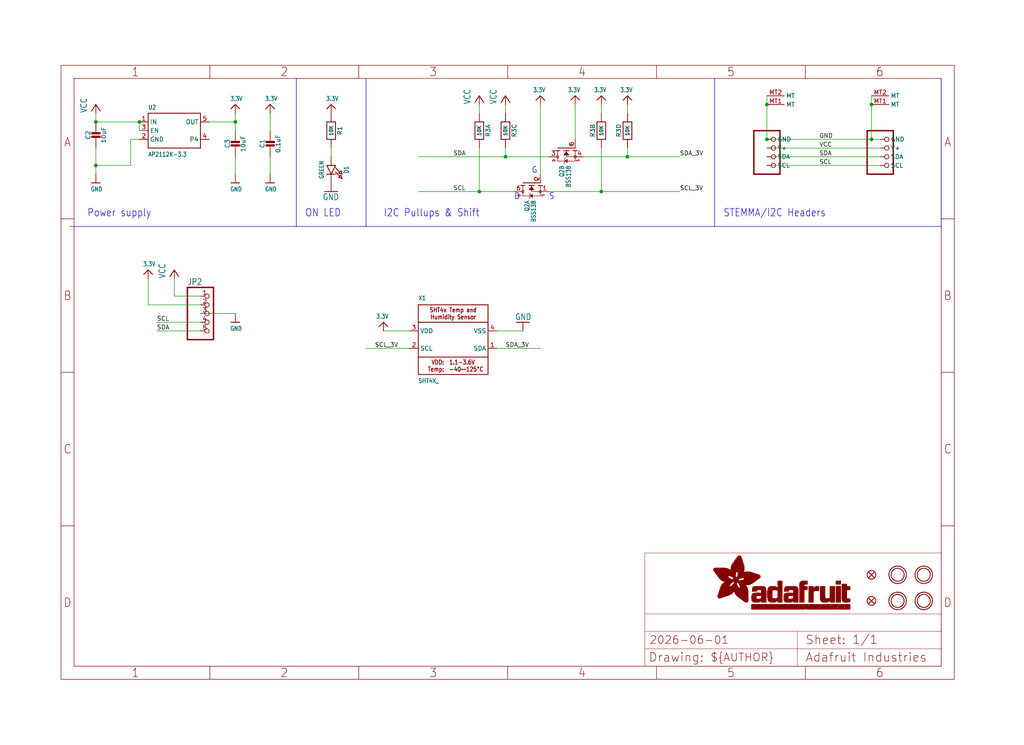
<source format=kicad_sch>
(kicad_sch (version 20230121) (generator eeschema)
  (paper "User" 298.45 217.322)
  (lib_symbols
    (symbol "working-eagle-import:3.3V" (power)
      (property "Value" "3.3V" (at -1.524 1.016 0))
      (symbol "3.3V_1_0"
        (pin power_in line (at 0 -2.54 90) (length 2.54) (name "3.3V") (number "1"))
      )
    )
    (symbol "working-eagle-import:CAP_CERAMIC0603_NO"
      (property "Reference" "C" (at -2.29 1.25 90))
      (symbol "CAP_CERAMIC0603_NO_1_0"
        (pin passive line (at 0 5.08 270) (length 2.54) (name "1") (number "1"))
        (pin passive line (at 0 -2.54 90) (length 2.54) (name "2") (number "2"))
      )
    )
    (symbol "working-eagle-import:CAP_CERAMIC0805-NOOUTLINE"
      (property "Reference" "C" (at -2.29 1.25 90))
      (symbol "CAP_CERAMIC0805-NOOUTLINE_1_0"
        (pin passive line (at 0 5.08 270) (length 2.54) (name "1") (number "1"))
        (pin passive line (at 0 -2.54 90) (length 2.54) (name "2") (number "2"))
      )
    )
    (symbol "working-eagle-import:FIDUCIAL_1MM")
    (symbol "working-eagle-import:FRAME_A4_ADAFRUIT"
      (symbol "FRAME_A4_ADAFRUIT_1_0"
        (text "${#}/${##}" (at 230.505 10.16 0) (effects (font (size 2.54 2.54)) (justify left bottom)))
        (text "${AUTHOR}" (at 189.23 5.08 0) (effects (font (size 2.286 2.286)) (justify left bottom)))
        (text "${CURRENT_DATE}" (at 171.45 10.16 0) (effects (font (size 2.286 2.286)) (justify left bottom)))
        (text "${PROJECTNAME}" (at 171.45 15.24 0) (effects (font (size 2.54 2.54)) (justify left bottom)))
        (text "1" (at 21.6958 1.905 0) (effects (font (size 2.54 2.286))))
        (text "1" (at 21.6958 177.165 0) (effects (font (size 2.54 2.286))))
        (text "2" (at 65.0875 1.905 0) (effects (font (size 2.54 2.286))))
        (text "2" (at 65.0875 177.165 0) (effects (font (size 2.54 2.286))))
        (text "3" (at 108.4792 1.905 0) (effects (font (size 2.54 2.286))))
        (text "3" (at 108.4792 177.165 0) (effects (font (size 2.54 2.286))))
        (text "4" (at 151.8708 1.905 0) (effects (font (size 2.54 2.286))))
        (text "4" (at 151.8708 177.165 0) (effects (font (size 2.54 2.286))))
        (text "5" (at 195.2625 1.905 0) (effects (font (size 2.54 2.286))))
        (text "5" (at 195.2625 177.165 0) (effects (font (size 2.54 2.286))))
        (text "6" (at 238.6542 1.905 0) (effects (font (size 2.54 2.286))))
        (text "6" (at 238.6542 177.165 0) (effects (font (size 2.54 2.286))))
        (text "A" (at 1.905 156.6863 0) (effects (font (size 2.54 2.286))))
        (text "A" (at 258.445 156.6863 0) (effects (font (size 2.54 2.286))))
        (text "Adafruit Industries" (at 216.916 4.953 0) (effects (font (size 2.54 2.54)) (justify left bottom)))
        (text "B" (at 1.905 111.9188 0) (effects (font (size 2.54 2.286))))
        (text "B" (at 258.445 111.9188 0) (effects (font (size 2.54 2.286))))
        (text "C" (at 1.905 67.1513 0) (effects (font (size 2.54 2.286))))
        (text "C" (at 258.445 67.1513 0) (effects (font (size 2.54 2.286))))
        (text "D" (at 1.905 22.3838 0) (effects (font (size 2.54 2.286))))
        (text "D" (at 258.445 22.3838 0) (effects (font (size 2.54 2.286))))
        (text "Drawing:" (at 171.196 4.953 0) (effects (font (size 2.54 2.54)) (justify left bottom)))
        (text "Sheet:" (at 216.916 10.033 0) (effects (font (size 2.54 2.54)) (justify left bottom)))
      )
    )
    (symbol "working-eagle-import:GND" (power)
      (property "Value" "GND" (at -1.524 -2.54 0))
      (symbol "GND_1_0"
        (pin power_in line (at 0 2.54 270) (length 2.54) (name "GND") (number "1"))
      )
    )
    (symbol "working-eagle-import:HEADER-1X570MIL"
      (property "Reference" "JP" (at -6.35 8.255 0))
      (symbol "HEADER-1X570MIL_1_0"
        (pin passive inverted (at -2.54 5.08 0) (length 2.54) (name "1") (number "1"))
        (pin passive inverted (at -2.54 2.54 0) (length 2.54) (name "2") (number "2"))
        (pin passive inverted (at -2.54 0 0) (length 2.54) (name "3") (number "3"))
        (pin passive inverted (at -2.54 -2.54 0) (length 2.54) (name "4") (number "4"))
        (pin passive inverted (at -2.54 -5.08 0) (length 2.54) (name "5") (number "5"))
      )
    )
    (symbol "working-eagle-import:LED0603_NOOUTLINE"
      (property "Reference" "D" (at -1.27 4.445 0))
      (symbol "LED0603_NOOUTLINE_1_0"
        (pin passive line (at -5.08 0 0) (length 2.54) (name "A") (number "A"))
        (pin passive line (at 2.54 0 180) (length 2.54) (name "C") (number "C"))
      )
    )
    (symbol "working-eagle-import:MOSFET-N_DUAL"
      (property "Reference" "Q" (at 5.08 0.635 0))
      (symbol "MOSFET-N_DUAL_1_0"
        (text "D" (at 3.175 3.175 0) (effects (font (size 0.8128 0.6908)) (justify left bottom)))
        (text "G" (at -1.27 -1.905 0) (effects (font (size 0.8128 0.6908)) (justify left bottom)))
        (text "S" (at 3.175 -3.81 0) (effects (font (size 0.8128 0.6908)) (justify left bottom)))
        (pin bidirectional line (at 2.54 -5.08 90) (length 2.54) (name "S") (number "1"))
        (pin bidirectional line (at -2.54 -2.54 0) (length 2.54) (name "G") (number "2"))
        (pin bidirectional line (at 2.54 5.08 270) (length 2.54) (name "D") (number "6"))
      )
      (symbol "MOSFET-N_DUAL_2_0"
        (text "D" (at 3.175 3.175 0) (effects (font (size 0.8128 0.6908)) (justify left bottom)))
        (text "G" (at -1.27 -1.905 0) (effects (font (size 0.8128 0.6908)) (justify left bottom)))
        (text "S" (at 3.175 -3.81 0) (effects (font (size 0.8128 0.6908)) (justify left bottom)))
        (pin bidirectional line (at 2.54 5.08 270) (length 2.54) (name "D") (number "3"))
        (pin bidirectional line (at 2.54 -5.08 90) (length 2.54) (name "S") (number "4"))
        (pin bidirectional line (at -2.54 -2.54 0) (length 2.54) (name "G") (number "5"))
      )
    )
    (symbol "working-eagle-import:MOUNTINGHOLE2.5")
    (symbol "working-eagle-import:RESISTOR_0603_NOOUT"
      (property "Reference" "R" (at 0 2.54 0))
      (symbol "RESISTOR_0603_NOOUT_1_0"
        (pin passive line (at -5.08 0 0) (length 2.54) (name "1") (number "1"))
        (pin passive line (at 5.08 0 180) (length 2.54) (name "2") (number "2"))
      )
    )
    (symbol "working-eagle-import:RESISTOR_4PACK"
      (property "Reference" "R" (at 0 2.54 0))
      (symbol "RESISTOR_4PACK_1_0"
        (pin passive line (at -5.08 0 0) (length 2.54) (name "1") (number "1"))
        (pin passive line (at 5.08 0 180) (length 2.54) (name "2") (number "8"))
      )
      (symbol "RESISTOR_4PACK_2_0"
        (pin passive line (at -5.08 0 0) (length 2.54) (name "1") (number "2"))
        (pin passive line (at 5.08 0 180) (length 2.54) (name "2") (number "7"))
      )
      (symbol "RESISTOR_4PACK_3_0"
        (pin passive line (at -5.08 0 0) (length 2.54) (name "1") (number "3"))
        (pin passive line (at 5.08 0 180) (length 2.54) (name "2") (number "6"))
      )
      (symbol "RESISTOR_4PACK_4_0"
        (pin passive line (at -5.08 0 0) (length 2.54) (name "1") (number "4"))
        (pin passive line (at 5.08 0 180) (length 2.54) (name "2") (number "5"))
      )
    )
    (symbol "working-eagle-import:SHT4X_"
      (property "Reference" "X" (at -10.16 11.43 0))
      (symbol "SHT4X__1_0"
        (text "1.1-3.6V\n-40~~125°C" (at -1.27 -7.62 0) (effects (font (size 1.27 1.0795) (thickness 0.2159) bold) (justify left)))
        (text "SHT4x Temp and\nHumidity Sensor" (at 0 7.62 0) (effects (font (size 1.27 1.0795) (thickness 0.2159) bold)))
        (text "VDD:\nTemp:" (at -2.54 -7.62 0) (effects (font (size 1.27 1.0795) (thickness 0.2159) bold) (justify right)))
        (pin bidirectional line (at 12.7 -2.54 180) (length 2.54) (name "SDA") (number "1"))
        (pin bidirectional line (at -12.7 -2.54 0) (length 2.54) (name "SCL") (number "2"))
        (pin power_in line (at -12.7 2.54 0) (length 2.54) (name "VDD") (number "3"))
        (pin power_in line (at 12.7 2.54 180) (length 2.54) (name "VSS") (number "4"))
      )
    )
    (symbol "working-eagle-import:STEMMA_I2C_QT"
      (symbol "STEMMA_I2C_QT_1_0"
        (pin passive inverted (at 0 5.08 0) (length 2.54) (name "GND") (number "1"))
        (pin passive inverted (at 0 2.54 0) (length 2.54) (name "V+") (number "2"))
        (pin passive inverted (at 0 0 0) (length 2.54) (name "SDA") (number "3"))
        (pin passive inverted (at 0 -2.54 0) (length 2.54) (name "SCL") (number "4"))
      )
      (symbol "STEMMA_I2C_QT_2_0"
        (pin bidirectional line (at 0 0 0) (length 5.08) (name "MT") (number "MT1"))
      )
      (symbol "STEMMA_I2C_QT_3_0"
        (pin bidirectional line (at 0 0 0) (length 5.08) (name "MT") (number "MT2"))
      )
    )
    (symbol "working-eagle-import:VCC" (power)
      (property "Value" "VCC" (at -2.54 -2.54 90))
      (symbol "VCC_1_0"
        (pin power_in line (at 0 -2.54 90) (length 2.54) (name "VCC") (number "1"))
      )
    )
    (symbol "working-eagle-import:VREG_SOT23-5"
      (property "Reference" "U" (at -7.62 6.096 0))
      (symbol "VREG_SOT23-5_1_0"
        (pin power_in line (at -10.16 2.54 0) (length 2.54) (name "IN") (number "1"))
        (pin power_in line (at -10.16 -2.54 0) (length 2.54) (name "GND") (number "2"))
        (pin input line (at -10.16 0 0) (length 2.54) (name "EN") (number "3"))
        (pin bidirectional line (at 10.16 -2.54 180) (length 2.54) (name "P4") (number "4"))
        (pin power_in line (at 10.16 2.54 180) (length 2.54) (name "OUT") (number "5"))
      )
    )
    (symbol "working-eagle-import:supply1_GND" (power)
      (property "Value" "supply1_GND" (at -2.54 -2.54 0))
      (symbol "supply1_GND_1_0"
        (pin power_in line (at 0 2.54 270) (length 2.54) (name "GND") (number "1"))
      )
    )
  )
  (junction (at 147.32 45.72))
  (junction (at 27.94 35.56))
  (junction (at 182.88 45.72))
  (junction (at 40.64 35.56))
  (junction (at 175.26 55.88))
  (junction (at 68.58 35.56))
  (junction (at 223.52 40.64))
  (junction (at 139.7 55.88))
  (junction (at 27.94 48.26))
  (junction (at 223.52 30.48))
  (junction (at 254 40.64))
  (junction (at 254 30.48))
  (wire (pts (xy 175.26 55.88) (xy 198.12 55.88)) (stroke (width 0.1524)))
  (wire (pts (xy 40.64 35.56) (xy 27.94 35.56)) (stroke (width 0.1524)))
  (wire (pts (xy 182.88 33.02) (xy 182.88 30.48)) (stroke (width 0.1524)))
  (wire (pts (xy 167.64 40.64) (xy 167.64 30.48)) (stroke (width 0.1524)))
  (polyline (pts (xy 86.36 66.04) (xy 106.68 66.04)) (stroke (width 0.1524) (type solid)))
  (wire (pts (xy 254 30.48) (xy 254 40.64)) (stroke (width 0.1524)))
  (wire (pts (xy 38.1 40.64) (xy 38.1 48.26)) (stroke (width 0.1524)))
  (wire (pts (xy 68.58 35.56) (xy 68.58 38.1)) (stroke (width 0.1524)))
  (wire (pts (xy 43.18 88.9) (xy 43.18 81.28)) (stroke (width 0.1524)))
  (wire (pts (xy 182.88 45.72) (xy 198.12 45.72)) (stroke (width 0.1524)))
  (wire (pts (xy 254 27.94) (xy 254 30.48)) (stroke (width 0.1524)))
  (wire (pts (xy 58.42 93.98) (xy 45.72 93.98)) (stroke (width 0.1524)))
  (polyline (pts (xy 274.32 22.86) (xy 274.32 66.04)) (stroke (width 0.1524) (type solid)))
  (polyline (pts (xy 106.68 66.04) (xy 208.28 66.04)) (stroke (width 0.1524) (type solid)))
  (wire (pts (xy 60.96 35.56) (xy 68.58 35.56)) (stroke (width 0.1524)))
  (wire (pts (xy 27.94 48.26) (xy 27.94 50.8)) (stroke (width 0.1524)))
  (wire (pts (xy 147.32 45.72) (xy 121.92 45.72)) (stroke (width 0.1524)))
  (wire (pts (xy 160.02 45.72) (xy 147.32 45.72)) (stroke (width 0.1524)))
  (wire (pts (xy 58.42 88.9) (xy 43.18 88.9)) (stroke (width 0.1524)))
  (wire (pts (xy 40.64 38.1) (xy 40.64 35.56)) (stroke (width 0.1524)))
  (wire (pts (xy 111.76 96.52) (xy 119.38 96.52)) (stroke (width 0.1524)))
  (wire (pts (xy 50.8 86.36) (xy 50.8 81.28)) (stroke (width 0.1524)))
  (wire (pts (xy 149.86 55.88) (xy 139.7 55.88)) (stroke (width 0.1524)))
  (wire (pts (xy 139.7 30.48) (xy 139.7 33.02)) (stroke (width 0.1524)))
  (wire (pts (xy 40.64 40.64) (xy 38.1 40.64)) (stroke (width 0.1524)))
  (polyline (pts (xy 20.32 66.04) (xy 86.36 66.04)) (stroke (width 0.1524) (type solid)))
  (wire (pts (xy 68.58 45.72) (xy 68.58 50.8)) (stroke (width 0.1524)))
  (polyline (pts (xy 208.28 22.86) (xy 208.28 66.04)) (stroke (width 0.1524) (type solid)))
  (wire (pts (xy 78.74 33.02) (xy 78.74 38.1)) (stroke (width 0.1524)))
  (wire (pts (xy 58.42 86.36) (xy 50.8 86.36)) (stroke (width 0.1524)))
  (wire (pts (xy 147.32 43.18) (xy 147.32 45.72)) (stroke (width 0.1524)))
  (wire (pts (xy 27.94 48.26) (xy 27.94 43.18)) (stroke (width 0.1524)))
  (wire (pts (xy 157.48 50.8) (xy 157.48 30.48)) (stroke (width 0.1524)))
  (wire (pts (xy 38.1 48.26) (xy 27.94 48.26)) (stroke (width 0.1524)))
  (wire (pts (xy 254 40.64) (xy 223.52 40.64)) (stroke (width 0.1524)))
  (wire (pts (xy 152.4 96.52) (xy 144.78 96.52)) (stroke (width 0.1524)))
  (polyline (pts (xy 86.36 22.86) (xy 86.36 66.04)) (stroke (width 0.1524) (type solid)))
  (wire (pts (xy 175.26 43.18) (xy 175.26 55.88)) (stroke (width 0.1524)))
  (wire (pts (xy 27.94 33.02) (xy 27.94 35.56)) (stroke (width 0.1524)))
  (wire (pts (xy 182.88 43.18) (xy 182.88 45.72)) (stroke (width 0.1524)))
  (wire (pts (xy 175.26 33.02) (xy 175.26 30.48)) (stroke (width 0.1524)))
  (wire (pts (xy 256.54 40.64) (xy 254 40.64)) (stroke (width 0.1524)))
  (wire (pts (xy 223.52 30.48) (xy 223.52 40.64)) (stroke (width 0.1524)))
  (wire (pts (xy 256.54 45.72) (xy 223.52 45.72)) (stroke (width 0.1524)))
  (polyline (pts (xy 208.28 66.04) (xy 274.32 66.04)) (stroke (width 0.1524) (type solid)))
  (wire (pts (xy 96.52 45.72) (xy 96.52 43.18)) (stroke (width 0.1524)))
  (wire (pts (xy 170.18 45.72) (xy 182.88 45.72)) (stroke (width 0.1524)))
  (wire (pts (xy 147.32 33.02) (xy 147.32 30.48)) (stroke (width 0.1524)))
  (wire (pts (xy 78.74 45.72) (xy 78.74 50.8)) (stroke (width 0.1524)))
  (wire (pts (xy 139.7 55.88) (xy 121.92 55.88)) (stroke (width 0.1524)))
  (wire (pts (xy 58.42 91.44) (xy 68.58 91.44)) (stroke (width 0.1524)))
  (wire (pts (xy 119.38 101.6) (xy 106.68 101.6)) (stroke (width 0.1524)))
  (wire (pts (xy 139.7 43.18) (xy 139.7 55.88)) (stroke (width 0.1524)))
  (polyline (pts (xy 106.68 22.86) (xy 106.68 66.04)) (stroke (width 0.1524) (type solid)))
  (wire (pts (xy 223.52 48.26) (xy 256.54 48.26)) (stroke (width 0.1524)))
  (wire (pts (xy 160.02 55.88) (xy 175.26 55.88)) (stroke (width 0.1524)))
  (wire (pts (xy 68.58 35.56) (xy 68.58 33.02)) (stroke (width 0.1524)))
  (wire (pts (xy 223.52 43.18) (xy 256.54 43.18)) (stroke (width 0.1524)))
  (wire (pts (xy 144.78 101.6) (xy 157.48 101.6)) (stroke (width 0.1524)))
  (wire (pts (xy 223.52 27.94) (xy 223.52 30.48)) (stroke (width 0.1524)))
  (wire (pts (xy 58.42 96.52) (xy 45.72 96.52)) (stroke (width 0.1524)))
  (text "Power supply" (at 25.4 63.5 0) (effects (font (size 2.1844 1.8567)) (justify left bottom)))
  (text "I2C Pullups & Shift" (at 111.76 63.5 0) (effects (font (size 2.1844 1.8567)) (justify left bottom)))
  (text "STEMMA/I2C Headers" (at 210.82 63.5 0) (effects (font (size 2.1844 1.8567)) (justify left bottom)))
  (text "G" (at 154.94 50.8 0) (effects (font (size 1.778 1.5113)) (justify left bottom)))
  (text "ON LED" (at 88.9 63.5 0) (effects (font (size 2.1844 1.8567)) (justify left bottom)))
  (text "D" (at 149.86 58.42 0) (effects (font (size 1.778 1.5113)) (justify left bottom)))
  (text "S" (at 160.02 58.42 0) (effects (font (size 1.778 1.5113)) (justify left bottom)))
  (label "SCL_3V" (at 109.22 101.6 0) (effects (font (size 1.2446 1.2446))))
  (label "SCL" (at 45.72 93.98 0) (effects (font (size 1.2446 1.2446))))
  (label "SDA_3V" (at 198.12 45.72 0) (effects (font (size 1.2446 1.2446))))
  (label "SDA_3V" (at 147.32 101.6 0) (effects (font (size 1.2446 1.2446))))
  (label "SCL_3V" (at 198.12 55.88 0) (effects (font (size 1.2446 1.2446))))
  (label "GND" (at 238.76 40.64 0) (effects (font (size 1.2446 1.2446))))
  (label "SDA" (at 45.72 96.52 0) (effects (font (size 1.2446 1.2446))))
  (label "SDA" (at 132.08 45.72 0) (effects (font (size 1.2446 1.2446))))
  (label "SDA" (at 238.76 45.72 0) (effects (font (size 1.2446 1.2446))))
  (label "VCC" (at 238.76 43.18 0) (effects (font (size 1.2446 1.2446))))
  (label "SCL" (at 238.76 48.26 0) (effects (font (size 1.2446 1.2446))))
  (label "SCL" (at 132.08 55.88 0) (effects (font (size 1.2446 1.2446))))
  (symbol (lib_id "working-eagle-import:CAP_CERAMIC0805-NOOUTLINE") (at 27.94 40.64 0) (unit 1)
    (property "Reference" "C2" (at 25.65 39.39 90))
    (property "Value" "10uF" (at 30.24 39.39 90))
    (property "Footprint" "working:0805-NO" (effects hide))
  )
  (symbol (lib_id "working-eagle-import:supply1_GND") (at 152.4 93.98 180) (unit 1)
    (property "Reference" "#GND1" (effects hide))
    (property "Value" "GND" (at 154.94 91.44 0) (effects (font (size 1.778 1.5113)) (justify left bottom)))
  )
  (symbol (lib_id "working-eagle-import:STEMMA_I2C_QT") (at 256.54 45.72 0) (unit 1)
    (property "Reference" "CONN4" (effects hide))
    (property "Value" "STEMMA_I2C_QT" (effects hide))
    (property "Footprint" "working:JST_SH4" (effects hide))
  )
  (symbol (lib_id "working-eagle-import:MOUNTINGHOLE2.5") (at 269.24 175.26 0) (unit 1)
    (property "Reference" "U$21" (effects hide))
    (property "Value" "MOUNTINGHOLE2.5" (effects hide))
    (property "Footprint" "working:MOUNTINGHOLE_2.5_PLATED" (effects hide))
  )
  (symbol (lib_id "working-eagle-import:GND") (at 78.74 53.34 0) (unit 1)
    (property "Reference" "#U$6" (effects hide))
    (property "Value" "GND" (at 77.216 55.88 0) (effects (font (size 1.27 1.0795)) (justify left bottom)))
  )
  (symbol (lib_id "working-eagle-import:RESISTOR_4PACK") (at 139.7 38.1 270) (unit 1)
    (property "Reference" "R3" (at 142.24 38.1 0))
    (property "Value" "10K" (at 139.7 38.1 0) (effects (font (size 1.016 1.016) bold)))
    (property "Footprint" "working:RESPACK_4X0603" (effects hide))
  )
  (symbol (lib_id "working-eagle-import:MOSFET-N_DUAL") (at 165.1 43.18 90) (mirror x) (unit 2)
    (property "Reference" "Q2" (at 164.465 48.26 0) (effects (font (size 1.27 1.0795)) (justify left bottom)))
    (property "Value" "BSS138" (at 166.37 48.26 0) (effects (font (size 1.27 1.0795)) (justify left bottom)))
    (property "Footprint" "working:SOT363" (effects hide))
  )
  (symbol (lib_id "working-eagle-import:3.3V") (at 167.64 27.94 0) (mirror y) (unit 1)
    (property "Reference" "#U$23" (effects hide))
    (property "Value" "3.3V" (at 169.164 26.924 0) (effects (font (size 1.27 1.0795)) (justify left bottom)))
  )
  (symbol (lib_id "working-eagle-import:RESISTOR_4PACK") (at 147.32 38.1 270) (unit 3)
    (property "Reference" "R3" (at 149.86 38.1 0))
    (property "Value" "10K" (at 147.32 38.1 0) (effects (font (size 1.016 1.016) bold)))
    (property "Footprint" "working:RESPACK_4X0603" (effects hide))
  )
  (symbol (lib_id "working-eagle-import:SHT4X_") (at 132.08 99.06 0) (unit 1)
    (property "Reference" "X1" (at 121.92 87.63 0) (effects (font (size 1.27 1.0795)) (justify left bottom)))
    (property "Value" "SHT4X_" (at 121.92 111.76 0) (effects (font (size 1.27 1.0795)) (justify left bottom)))
    (property "Footprint" "working:SHT4X" (effects hide))
  )
  (symbol (lib_id "working-eagle-import:VCC") (at 147.32 27.94 0) (unit 1)
    (property "Reference" "#P+2" (effects hide))
    (property "Value" "VCC" (at 144.78 30.48 90) (effects (font (size 1.778 1.5113)) (justify left bottom)))
  )
  (symbol (lib_id "working-eagle-import:CAP_CERAMIC0603_NO") (at 78.74 43.18 0) (unit 1)
    (property "Reference" "C1" (at 76.45 41.93 90))
    (property "Value" "0.1uF" (at 81.04 41.93 90))
    (property "Footprint" "working:0603-NO" (effects hide))
  )
  (symbol (lib_id "working-eagle-import:supply1_GND") (at 96.52 55.88 0) (unit 1)
    (property "Reference" "#GND6" (effects hide))
    (property "Value" "GND" (at 93.98 58.42 0) (effects (font (size 1.778 1.5113)) (justify left bottom)))
  )
  (symbol (lib_id "working-eagle-import:VCC") (at 27.94 30.48 0) (unit 1)
    (property "Reference" "#P+3" (effects hide))
    (property "Value" "VCC" (at 25.4 33.02 90) (effects (font (size 1.778 1.5113)) (justify left bottom)))
  )
  (symbol (lib_id "working-eagle-import:MOUNTINGHOLE2.5") (at 269.24 167.64 0) (unit 1)
    (property "Reference" "U$19" (effects hide))
    (property "Value" "MOUNTINGHOLE2.5" (effects hide))
    (property "Footprint" "working:MOUNTINGHOLE_2.5_PLATED" (effects hide))
  )
  (symbol (lib_id "working-eagle-import:RESISTOR_4PACK") (at 182.88 38.1 90) (mirror x) (unit 4)
    (property "Reference" "R3" (at 180.34 38.1 0))
    (property "Value" "10K" (at 182.88 38.1 0) (effects (font (size 1.016 1.016) bold)))
    (property "Footprint" "working:RESPACK_4X0603" (effects hide))
  )
  (symbol (lib_id "working-eagle-import:STEMMA_I2C_QT") (at 223.52 45.72 0) (unit 1)
    (property "Reference" "CONN3" (effects hide))
    (property "Value" "STEMMA_I2C_QT" (effects hide))
    (property "Footprint" "working:JST_SH4" (effects hide))
  )
  (symbol (lib_id "working-eagle-import:MOUNTINGHOLE2.5") (at 261.62 175.26 0) (unit 1)
    (property "Reference" "U$1" (effects hide))
    (property "Value" "MOUNTINGHOLE2.5" (effects hide))
    (property "Footprint" "working:MOUNTINGHOLE_2.5_PLATED" (effects hide))
  )
  (symbol (lib_id "working-eagle-import:FRAME_A4_ADAFRUIT") (at 17.78 198.12 0) (unit 1)
    (property "Reference" "#U$18" (effects hide))
    (property "Value" "FRAME_A4_ADAFRUIT" (effects hide))
  )
  (symbol (lib_id "working-eagle-import:3.3V") (at 157.48 27.94 0) (mirror y) (unit 1)
    (property "Reference" "#U$26" (effects hide))
    (property "Value" "3.3V" (at 159.004 26.924 0) (effects (font (size 1.27 1.0795)) (justify left bottom)))
  )
  (symbol (lib_id "working-eagle-import:RESISTOR_4PACK") (at 175.26 38.1 90) (mirror x) (unit 2)
    (property "Reference" "R3" (at 172.72 38.1 0))
    (property "Value" "10K" (at 175.26 38.1 0) (effects (font (size 1.016 1.016) bold)))
    (property "Footprint" "working:RESPACK_4X0603" (effects hide))
  )
  (symbol (lib_id "working-eagle-import:FIDUCIAL_1MM") (at 254 167.64 0) (unit 1)
    (property "Reference" "FID4" (effects hide))
    (property "Value" "FIDUCIAL_1MM" (effects hide))
    (property "Footprint" "working:FIDUCIAL_1MM" (effects hide))
  )
  (symbol (lib_id "working-eagle-import:VCC") (at 50.8 78.74 0) (unit 1)
    (property "Reference" "#P+4" (effects hide))
    (property "Value" "VCC" (at 48.26 81.28 90) (effects (font (size 1.778 1.5113)) (justify left bottom)))
  )
  (symbol (lib_id "working-eagle-import:STEMMA_I2C_QT") (at 223.52 27.94 0) (unit 3)
    (property "Reference" "CONN3" (effects hide))
    (property "Value" "STEMMA_I2C_QT" (effects hide))
    (property "Footprint" "working:JST_SH4" (effects hide))
  )
  (symbol (lib_id "working-eagle-import:MOUNTINGHOLE2.5") (at 261.62 167.64 0) (unit 1)
    (property "Reference" "U$17" (effects hide))
    (property "Value" "MOUNTINGHOLE2.5" (effects hide))
    (property "Footprint" "working:MOUNTINGHOLE_2.5_PLATED" (effects hide))
  )
  (symbol (lib_id "working-eagle-import:GND") (at 27.94 53.34 0) (unit 1)
    (property "Reference" "#U$13" (effects hide))
    (property "Value" "GND" (at 26.416 55.88 0) (effects (font (size 1.27 1.0795)) (justify left bottom)))
  )
  (symbol (lib_id "working-eagle-import:3.3V") (at 175.26 27.94 0) (mirror y) (unit 1)
    (property "Reference" "#U$24" (effects hide))
    (property "Value" "3.3V" (at 176.784 26.924 0) (effects (font (size 1.27 1.0795)) (justify left bottom)))
  )
  (symbol (lib_id "working-eagle-import:3.3V") (at 78.74 30.48 0) (unit 1)
    (property "Reference" "#U$14" (effects hide))
    (property "Value" "3.3V" (at 77.216 29.464 0) (effects (font (size 1.27 1.0795)) (justify left bottom)))
  )
  (symbol (lib_id "working-eagle-import:STEMMA_I2C_QT") (at 223.52 30.48 0) (unit 2)
    (property "Reference" "CONN3" (effects hide))
    (property "Value" "STEMMA_I2C_QT" (effects hide))
    (property "Footprint" "working:JST_SH4" (effects hide))
  )
  (symbol (lib_id "working-eagle-import:CAP_CERAMIC0805-NOOUTLINE") (at 68.58 43.18 0) (unit 1)
    (property "Reference" "C3" (at 66.29 41.93 90))
    (property "Value" "10uF" (at 70.88 41.93 90))
    (property "Footprint" "working:0805-NO" (effects hide))
  )
  (symbol (lib_id "working-eagle-import:3.3V") (at 182.88 27.94 0) (mirror y) (unit 1)
    (property "Reference" "#U$7" (effects hide))
    (property "Value" "3.3V" (at 184.404 26.924 0) (effects (font (size 1.27 1.0795)) (justify left bottom)))
  )
  (symbol (lib_id "working-eagle-import:STEMMA_I2C_QT") (at 254 30.48 0) (unit 2)
    (property "Reference" "CONN4" (effects hide))
    (property "Value" "STEMMA_I2C_QT" (effects hide))
    (property "Footprint" "working:JST_SH4" (effects hide))
  )
  (symbol (lib_id "working-eagle-import:VCC") (at 139.7 27.94 0) (unit 1)
    (property "Reference" "#P+1" (effects hide))
    (property "Value" "VCC" (at 137.16 30.48 90) (effects (font (size 1.778 1.5113)) (justify left bottom)))
  )
  (symbol (lib_id "working-eagle-import:3.3V") (at 68.58 30.48 0) (unit 1)
    (property "Reference" "#U$15" (effects hide))
    (property "Value" "3.3V" (at 67.056 29.464 0) (effects (font (size 1.27 1.0795)) (justify left bottom)))
  )
  (symbol (lib_id "working-eagle-import:3.3V") (at 111.76 93.98 0) (mirror y) (unit 1)
    (property "Reference" "#U$2" (effects hide))
    (property "Value" "3.3V" (at 113.284 92.964 0) (effects (font (size 1.27 1.0795)) (justify left bottom)))
  )
  (symbol (lib_id "working-eagle-import:3.3V") (at 96.52 30.48 0) (unit 1)
    (property "Reference" "#U$3" (effects hide))
    (property "Value" "3.3V" (at 94.996 29.464 0) (effects (font (size 1.27 1.0795)) (justify left bottom)))
  )
  (symbol (lib_id "working-eagle-import:3.3V") (at 43.18 78.74 0) (unit 1)
    (property "Reference" "#U$16" (effects hide))
    (property "Value" "3.3V" (at 41.656 77.724 0) (effects (font (size 1.27 1.0795)) (justify left bottom)))
  )
  (symbol (lib_id "working-eagle-import:HEADER-1X570MIL") (at 60.96 91.44 0) (unit 1)
    (property "Reference" "JP2" (at 54.61 83.185 0) (effects (font (size 1.778 1.5113)) (justify left bottom)))
    (property "Value" "HEADER-1X570MIL" (effects hide))
    (property "Footprint" "working:1X05_ROUND_70" (effects hide))
  )
  (symbol (lib_id "working-eagle-import:GND") (at 68.58 93.98 0) (unit 1)
    (property "Reference" "#U$10" (effects hide))
    (property "Value" "GND" (at 67.056 96.52 0) (effects (font (size 1.27 1.0795)) (justify left bottom)))
  )
  (symbol (lib_id "working-eagle-import:GND") (at 68.58 53.34 0) (unit 1)
    (property "Reference" "#U$5" (effects hide))
    (property "Value" "GND" (at 67.056 55.88 0) (effects (font (size 1.27 1.0795)) (justify left bottom)))
  )
  (symbol (lib_id "working-eagle-import:STEMMA_I2C_QT") (at 254 27.94 0) (unit 3)
    (property "Reference" "CONN4" (effects hide))
    (property "Value" "STEMMA_I2C_QT" (effects hide))
    (property "Footprint" "working:JST_SH4" (effects hide))
  )
  (symbol (lib_id "working-eagle-import:FIDUCIAL_1MM") (at 254 175.26 0) (unit 1)
    (property "Reference" "FID3" (effects hide))
    (property "Value" "FIDUCIAL_1MM" (effects hide))
    (property "Footprint" "working:FIDUCIAL_1MM" (effects hide))
  )
  (symbol (lib_id "working-eagle-import:RESISTOR_0603_NOOUT") (at 96.52 38.1 270) (unit 1)
    (property "Reference" "R1" (at 99.06 38.1 0))
    (property "Value" "10K" (at 96.52 38.1 0) (effects (font (size 1.016 1.016) bold)))
    (property "Footprint" "working:0603-NO" (effects hide))
  )
  (symbol (lib_id "working-eagle-import:MOSFET-N_DUAL") (at 154.94 53.34 90) (mirror x) (unit 1)
    (property "Reference" "Q2" (at 154.305 58.42 0) (effects (font (size 1.27 1.0795)) (justify left bottom)))
    (property "Value" "BSS138" (at 156.21 58.42 0) (effects (font (size 1.27 1.0795)) (justify left bottom)))
    (property "Footprint" "working:SOT363" (effects hide))
  )
  (symbol (lib_id "working-eagle-import:VREG_SOT23-5") (at 50.8 38.1 0) (unit 1)
    (property "Reference" "U2" (at 43.18 32.004 0) (effects (font (size 1.27 1.0795)) (justify left bottom)))
    (property "Value" "AP2112K-3.3" (at 43.18 45.72 0) (effects (font (size 1.27 1.0795)) (justify left bottom)))
    (property "Footprint" "working:SOT23-5" (effects hide))
  )
  (symbol (lib_id "working-eagle-import:LED0603_NOOUTLINE") (at 96.52 50.8 270) (unit 1)
    (property "Reference" "D1" (at 100.965 49.53 0) (effects (font (size 1.27 1.0795))))
    (property "Value" "GREEN" (at 93.726 49.53 0) (effects (font (size 1.27 1.0795))))
    (property "Footprint" "working:CHIPLED_0603_NOOUTLINE" (effects hide))
  )
)
</source>
